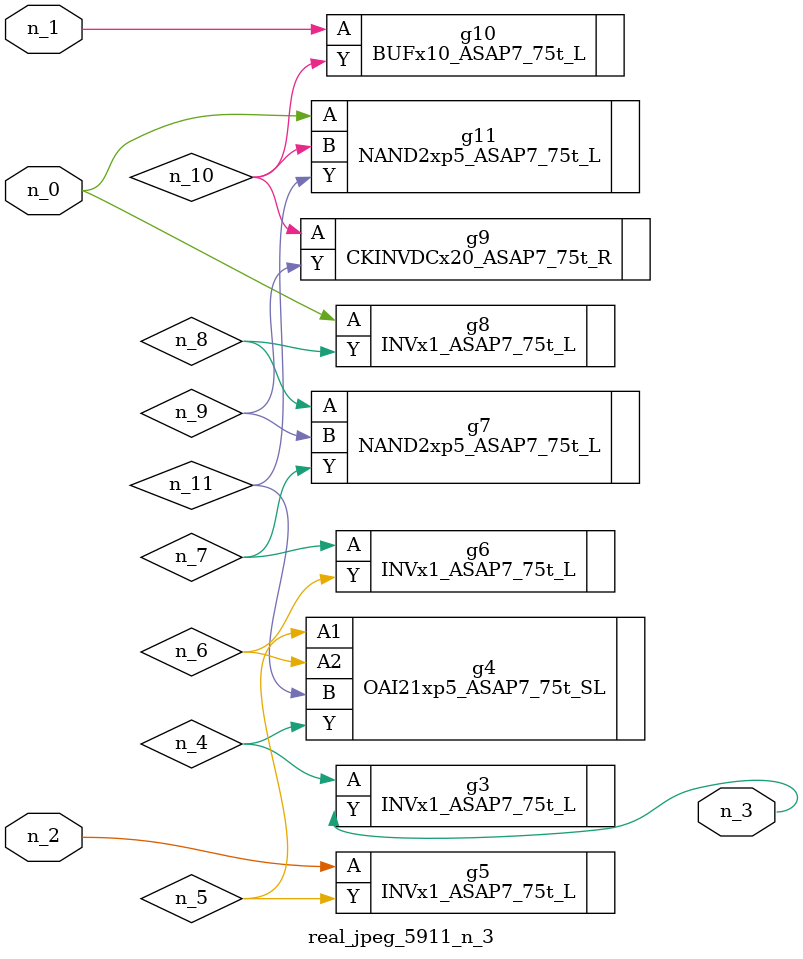
<source format=v>
module real_jpeg_5911_n_3 (n_1, n_0, n_2, n_3);

input n_1;
input n_0;
input n_2;

output n_3;

wire n_5;
wire n_4;
wire n_8;
wire n_11;
wire n_6;
wire n_7;
wire n_10;
wire n_9;

INVx1_ASAP7_75t_L g8 ( 
.A(n_0),
.Y(n_8)
);

NAND2xp5_ASAP7_75t_L g11 ( 
.A(n_0),
.B(n_10),
.Y(n_11)
);

BUFx10_ASAP7_75t_L g10 ( 
.A(n_1),
.Y(n_10)
);

INVx1_ASAP7_75t_L g5 ( 
.A(n_2),
.Y(n_5)
);

INVx1_ASAP7_75t_L g3 ( 
.A(n_4),
.Y(n_3)
);

OAI21xp5_ASAP7_75t_SL g4 ( 
.A1(n_5),
.A2(n_6),
.B(n_11),
.Y(n_4)
);

INVx1_ASAP7_75t_L g6 ( 
.A(n_7),
.Y(n_6)
);

NAND2xp5_ASAP7_75t_L g7 ( 
.A(n_8),
.B(n_9),
.Y(n_7)
);

CKINVDCx20_ASAP7_75t_R g9 ( 
.A(n_10),
.Y(n_9)
);


endmodule
</source>
